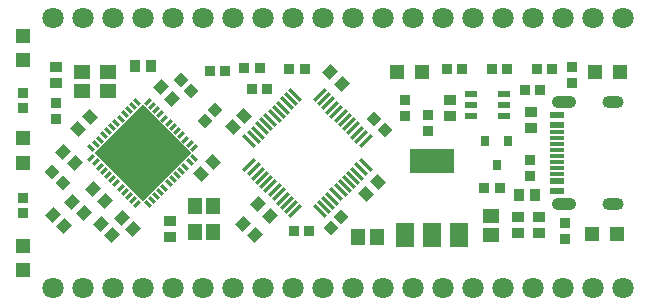
<source format=gbr>
%TF.GenerationSoftware,Altium Limited,Altium Designer,19.0.15 (446)*%
G04 Layer_Color=255*
%FSLAX45Y45*%
%MOMM*%
%TF.FileFunction,Pads,Top*%
%TF.Part,Single*%
G01*
G75*
%TA.AperFunction,SMDPad,CuDef*%
%ADD10R,1.00000X0.60000*%
%ADD11P,8.20244X4X360.0*%
G04:AMPARAMS|DCode=12|XSize=0.3mm|YSize=0.6mm|CornerRadius=0mm|HoleSize=0mm|Usage=FLASHONLY|Rotation=315.000|XOffset=0mm|YOffset=0mm|HoleType=Round|Shape=Rectangle|*
%AMROTATEDRECTD12*
4,1,4,-0.31820,-0.10607,0.10607,0.31820,0.31820,0.10607,-0.10607,-0.31820,-0.31820,-0.10607,0.0*
%
%ADD12ROTATEDRECTD12*%

G04:AMPARAMS|DCode=13|XSize=0.3mm|YSize=0.6mm|CornerRadius=0mm|HoleSize=0mm|Usage=FLASHONLY|Rotation=45.000|XOffset=0mm|YOffset=0mm|HoleType=Round|Shape=Rectangle|*
%AMROTATEDRECTD13*
4,1,4,0.10607,-0.31820,-0.31820,0.10607,-0.10607,0.31820,0.31820,-0.10607,0.10607,-0.31820,0.0*
%
%ADD13ROTATEDRECTD13*%

%ADD14R,1.20000X1.20000*%
%ADD15R,0.95000X0.85000*%
G04:AMPARAMS|DCode=16|XSize=0.3mm|YSize=1.4mm|CornerRadius=0mm|HoleSize=0mm|Usage=FLASHONLY|Rotation=135.000|XOffset=0mm|YOffset=0mm|HoleType=Round|Shape=Rectangle|*
%AMROTATEDRECTD16*
4,1,4,0.60104,0.38891,-0.38891,-0.60104,-0.60104,-0.38891,0.38891,0.60104,0.60104,0.38891,0.0*
%
%ADD16ROTATEDRECTD16*%

G04:AMPARAMS|DCode=17|XSize=0.3mm|YSize=1.4mm|CornerRadius=0mm|HoleSize=0mm|Usage=FLASHONLY|Rotation=45.000|XOffset=0mm|YOffset=0mm|HoleType=Round|Shape=Rectangle|*
%AMROTATEDRECTD17*
4,1,4,0.38891,-0.60104,-0.60104,0.38891,-0.38891,0.60104,0.60104,-0.38891,0.38891,-0.60104,0.0*
%
%ADD17ROTATEDRECTD17*%

%ADD18R,0.85000X0.95000*%
%ADD19R,1.00000X0.90000*%
%ADD20R,1.15000X1.40000*%
G04:AMPARAMS|DCode=21|XSize=0.95mm|YSize=0.85mm|CornerRadius=0mm|HoleSize=0mm|Usage=FLASHONLY|Rotation=135.000|XOffset=0mm|YOffset=0mm|HoleType=Round|Shape=Rectangle|*
%AMROTATEDRECTD21*
4,1,4,0.63640,-0.03535,0.03535,-0.63640,-0.63640,0.03535,-0.03535,0.63640,0.63640,-0.03535,0.0*
%
%ADD21ROTATEDRECTD21*%

G04:AMPARAMS|DCode=22|XSize=1mm|YSize=0.9mm|CornerRadius=0mm|HoleSize=0mm|Usage=FLASHONLY|Rotation=225.000|XOffset=0mm|YOffset=0mm|HoleType=Round|Shape=Rectangle|*
%AMROTATEDRECTD22*
4,1,4,0.03535,0.67175,0.67175,0.03535,-0.03535,-0.67175,-0.67175,-0.03535,0.03535,0.67175,0.0*
%
%ADD22ROTATEDRECTD22*%

G04:AMPARAMS|DCode=23|XSize=0.95mm|YSize=0.85mm|CornerRadius=0mm|HoleSize=0mm|Usage=FLASHONLY|Rotation=225.000|XOffset=0mm|YOffset=0mm|HoleType=Round|Shape=Rectangle|*
%AMROTATEDRECTD23*
4,1,4,0.03535,0.63640,0.63640,0.03535,-0.03535,-0.63640,-0.63640,-0.03535,0.03535,0.63640,0.0*
%
%ADD23ROTATEDRECTD23*%

%ADD24R,1.40000X1.15000*%
%ADD25R,0.90000X1.00000*%
%TA.AperFunction,ConnectorPad*%
%ADD26R,1.30000X0.60000*%
%ADD27R,1.30000X0.30000*%
%TA.AperFunction,SMDPad,CuDef*%
%ADD28R,0.80000X0.90000*%
%ADD29R,1.20000X1.20000*%
G04:AMPARAMS|DCode=30|XSize=1mm|YSize=0.9mm|CornerRadius=0mm|HoleSize=0mm|Usage=FLASHONLY|Rotation=135.000|XOffset=0mm|YOffset=0mm|HoleType=Round|Shape=Rectangle|*
%AMROTATEDRECTD30*
4,1,4,0.67175,-0.03535,0.03535,-0.67175,-0.67175,0.03535,-0.03535,0.67175,0.67175,-0.03535,0.0*
%
%ADD30ROTATEDRECTD30*%

%ADD31R,3.80000X2.00000*%
%ADD32R,1.50000X2.00000*%
%ADD33R,1.30000X1.40000*%
%ADD34R,1.40000X1.30000*%
%TA.AperFunction,ComponentPad*%
%ADD38C,1.80000*%
G04:AMPARAMS|DCode=39|XSize=1mm|YSize=1.8mm|CornerRadius=0.5mm|HoleSize=0mm|Usage=FLASHONLY|Rotation=90.000|XOffset=0mm|YOffset=0mm|HoleType=Round|Shape=RoundedRectangle|*
%AMROUNDEDRECTD39*
21,1,1.00000,0.80000,0,0,90.0*
21,1,0.00000,1.80000,0,0,90.0*
1,1,1.00000,0.40000,0.00000*
1,1,1.00000,0.40000,0.00000*
1,1,1.00000,-0.40000,0.00000*
1,1,1.00000,-0.40000,0.00000*
%
%ADD39ROUNDEDRECTD39*%
G04:AMPARAMS|DCode=40|XSize=1mm|YSize=2.1mm|CornerRadius=0.5mm|HoleSize=0mm|Usage=FLASHONLY|Rotation=90.000|XOffset=0mm|YOffset=0mm|HoleType=Round|Shape=RoundedRectangle|*
%AMROUNDEDRECTD40*
21,1,1.00000,1.10000,0,0,90.0*
21,1,0.00000,2.10000,0,0,90.0*
1,1,1.00000,0.55000,0.00000*
1,1,1.00000,0.55000,0.00000*
1,1,1.00000,-0.55000,0.00000*
1,1,1.00000,-0.55000,0.00000*
%
%ADD40ROUNDEDRECTD40*%
D10*
X14234500Y7740400D02*
D03*
X13959500Y7550400D02*
D03*
Y7740400D02*
D03*
X14234500Y7645400D02*
D03*
Y7550400D02*
D03*
X13959500Y7645400D02*
D03*
D11*
X11176000Y7239000D02*
D03*
D12*
X11220194Y7672103D02*
D03*
X11255549Y7636748D02*
D03*
X11290905Y7601392D02*
D03*
X11326260Y7566037D02*
D03*
X11361616Y7530681D02*
D03*
X11396971Y7495326D02*
D03*
X11432326Y7459971D02*
D03*
X11467682Y7424616D02*
D03*
X11503037Y7389260D02*
D03*
X11538392Y7353905D02*
D03*
X11573747Y7318549D02*
D03*
X11609103Y7283194D02*
D03*
X11131806Y6805897D02*
D03*
X11096451Y6841253D02*
D03*
X11061095Y6876608D02*
D03*
X11025740Y6911963D02*
D03*
X10990385Y6947319D02*
D03*
X10955029Y6982674D02*
D03*
X10919674Y7018029D02*
D03*
X10884319Y7053384D02*
D03*
X10848963Y7088740D02*
D03*
X10813608Y7124095D02*
D03*
X10778253Y7159451D02*
D03*
X10742897Y7194806D02*
D03*
D13*
X11609103D02*
D03*
X11573747Y7159451D02*
D03*
X11538392Y7124095D02*
D03*
X11503037Y7088740D02*
D03*
X11467681Y7053384D02*
D03*
X11432326Y7018029D02*
D03*
X11396971Y6982674D02*
D03*
X11361615Y6947319D02*
D03*
X11326260Y6911963D02*
D03*
X11290905Y6876608D02*
D03*
X11255549Y6841253D02*
D03*
X11220194Y6805897D02*
D03*
X10742897Y7283194D02*
D03*
X10778253Y7318549D02*
D03*
X10813608Y7353905D02*
D03*
X10848963Y7389260D02*
D03*
X10884318Y7424616D02*
D03*
X10919674Y7459971D02*
D03*
X10955029Y7495326D02*
D03*
X10990384Y7530681D02*
D03*
X11025740Y7566037D02*
D03*
X11061095Y7601392D02*
D03*
X11096451Y7636748D02*
D03*
X11131806Y7672103D02*
D03*
D14*
X10160000Y6455000D02*
D03*
Y6245000D02*
D03*
Y8233000D02*
D03*
Y8023000D02*
D03*
Y7156000D02*
D03*
Y7366000D02*
D03*
D15*
Y6729500D02*
D03*
Y6859500D02*
D03*
X13589000Y7428000D02*
D03*
Y7558000D02*
D03*
X13398500Y7555000D02*
D03*
Y7685000D02*
D03*
X10160000Y7748500D02*
D03*
Y7618500D02*
D03*
X10439400Y7659600D02*
D03*
Y7529600D02*
D03*
X14452600Y7177000D02*
D03*
Y7047000D02*
D03*
X14752863Y6513600D02*
D03*
Y6643600D02*
D03*
X14808200Y7834400D02*
D03*
Y7964400D02*
D03*
D16*
X12081561Y7136470D02*
D03*
X12116916Y7101114D02*
D03*
X12152272Y7065759D02*
D03*
X12187627Y7030404D02*
D03*
X12222982Y6995048D02*
D03*
X12258338Y6959693D02*
D03*
X12293693Y6924337D02*
D03*
X12329048Y6888982D02*
D03*
X12364404Y6853627D02*
D03*
X12399759Y6818271D02*
D03*
X12435114Y6782916D02*
D03*
X12470470Y6747561D02*
D03*
X13064439Y7341531D02*
D03*
X13029083Y7376886D02*
D03*
X12993729Y7412241D02*
D03*
X12958372Y7447597D02*
D03*
X12923018Y7482952D02*
D03*
X12887663Y7518307D02*
D03*
X12852307Y7553663D02*
D03*
X12816953Y7589018D02*
D03*
X12781597Y7624373D02*
D03*
X12746241Y7659729D02*
D03*
X12710886Y7695084D02*
D03*
X12675531Y7730439D02*
D03*
D17*
Y6747561D02*
D03*
X12710886Y6782916D02*
D03*
X12746241Y6818271D02*
D03*
X12781597Y6853627D02*
D03*
X12816953Y6888982D02*
D03*
X12852307Y6924337D02*
D03*
X12887663Y6959693D02*
D03*
X12923018Y6995048D02*
D03*
X12958372Y7030403D02*
D03*
X12993729Y7065759D02*
D03*
X13029083Y7101114D02*
D03*
X13064439Y7136469D02*
D03*
X12470470Y7730439D02*
D03*
X12435114Y7695084D02*
D03*
X12399759Y7659729D02*
D03*
X12364404Y7624373D02*
D03*
X12329048Y7589018D02*
D03*
X12293693Y7553663D02*
D03*
X12258338Y7518307D02*
D03*
X12222982Y7482952D02*
D03*
X12187627Y7447596D02*
D03*
X12152272Y7412241D02*
D03*
X12116916Y7376886D02*
D03*
X12081561Y7341530D02*
D03*
D18*
X11876000Y7937500D02*
D03*
X11746000D02*
D03*
X12101600Y7785100D02*
D03*
X12231600D02*
D03*
X12457200Y6578600D02*
D03*
X12587200D02*
D03*
X12038100Y7962900D02*
D03*
X12168100D02*
D03*
X14413000Y7772400D02*
D03*
X14542999D02*
D03*
X14644600Y7950200D02*
D03*
X14514600D02*
D03*
X12549100D02*
D03*
X12419100D02*
D03*
X14070100Y6946900D02*
D03*
X14200101D02*
D03*
X14133600Y7950200D02*
D03*
X14263600D02*
D03*
X13752600D02*
D03*
X13882600D02*
D03*
D19*
X13779500Y7552500D02*
D03*
Y7687500D02*
D03*
X11404600Y6527800D02*
D03*
Y6662800D02*
D03*
X14465900Y7585900D02*
D03*
Y7450900D02*
D03*
X10439400Y7966900D02*
D03*
Y7831900D02*
D03*
X14350999Y6696900D02*
D03*
Y6561900D02*
D03*
X14528799Y6696900D02*
D03*
Y6561900D02*
D03*
D20*
X11776700Y6574200D02*
D03*
X11616700D02*
D03*
X11776700Y6794200D02*
D03*
X11616700D02*
D03*
D21*
X12768338Y6608838D02*
D03*
X12860262Y6700762D02*
D03*
X11701538Y7510538D02*
D03*
X11793462Y7602462D02*
D03*
D22*
X12125430Y6546641D02*
D03*
X12029970Y6642100D02*
D03*
X10512530Y6619770D02*
D03*
X10417070Y6715230D02*
D03*
X10823470Y6639030D02*
D03*
X10918930Y6543570D02*
D03*
X11426930Y7699270D02*
D03*
X11331470Y7794730D02*
D03*
X11001270Y6689830D02*
D03*
X11096730Y6594370D02*
D03*
X10677630Y6730116D02*
D03*
X10582170Y6825575D02*
D03*
X10759970Y6931130D02*
D03*
X10855430Y6835670D02*
D03*
X10601430Y7153170D02*
D03*
X10505970Y7248630D02*
D03*
X12156970Y6804130D02*
D03*
X12252430Y6708670D02*
D03*
X12862030Y7826270D02*
D03*
X12766570Y7921730D02*
D03*
D23*
X10502062Y6989838D02*
D03*
X10410138Y7081762D02*
D03*
X13228561Y7434338D02*
D03*
X13136638Y7526262D02*
D03*
X11498338Y7856462D02*
D03*
X11590262Y7764538D02*
D03*
D24*
X10659600Y7768600D02*
D03*
Y7928600D02*
D03*
X10879600Y7768600D02*
D03*
Y7928600D02*
D03*
D25*
X11243500Y7975600D02*
D03*
X11108500D02*
D03*
X14359700Y6883400D02*
D03*
X14494701D02*
D03*
D26*
X14684750Y7559000D02*
D03*
Y7479000D02*
D03*
Y6919000D02*
D03*
Y6999000D02*
D03*
D27*
Y7414000D02*
D03*
Y7364000D02*
D03*
Y7314000D02*
D03*
Y7264000D02*
D03*
Y7214000D02*
D03*
Y7164000D02*
D03*
Y7114000D02*
D03*
Y7064000D02*
D03*
D28*
X14268201Y7339000D02*
D03*
X14078200D02*
D03*
X14173199Y7139000D02*
D03*
D29*
X15192599Y6553200D02*
D03*
X14982600D02*
D03*
X15008000Y7924800D02*
D03*
X15217999D02*
D03*
X13331599D02*
D03*
X13541600D02*
D03*
D30*
X11674370Y7064270D02*
D03*
X11769830Y7159730D02*
D03*
X10728430Y7540730D02*
D03*
X10632970Y7445270D02*
D03*
X12036530Y7553430D02*
D03*
X11941070Y7457970D02*
D03*
X13071370Y6895920D02*
D03*
X13166830Y6991379D02*
D03*
D31*
X13627100Y7173000D02*
D03*
D32*
X13857100Y6543000D02*
D03*
X13627100D02*
D03*
X13397099D02*
D03*
D33*
X13161000Y6527800D02*
D03*
X13000999D02*
D03*
D34*
X14122400Y6549400D02*
D03*
Y6709400D02*
D03*
D38*
X14732001Y6096000D02*
D03*
X14478000D02*
D03*
X14986000D02*
D03*
X15239999D02*
D03*
X14224001D02*
D03*
X13970000D02*
D03*
X13462000D02*
D03*
X13716000D02*
D03*
X13208000D02*
D03*
X10922000D02*
D03*
X11430000D02*
D03*
X11176000D02*
D03*
X11684000D02*
D03*
X11938000D02*
D03*
X12953999D02*
D03*
X12700000D02*
D03*
X12192000D02*
D03*
X12446000D02*
D03*
X10414000D02*
D03*
X10668000D02*
D03*
X14732001Y8382000D02*
D03*
X14478000D02*
D03*
X14986000D02*
D03*
X15239999D02*
D03*
X14224001D02*
D03*
X13970000D02*
D03*
X13462000D02*
D03*
X13716000D02*
D03*
X13208000D02*
D03*
X10922000D02*
D03*
X11430000D02*
D03*
X11176000D02*
D03*
X11684000D02*
D03*
X11938000D02*
D03*
X12953999D02*
D03*
X12700000D02*
D03*
X12192000D02*
D03*
X12446000D02*
D03*
X10414000D02*
D03*
X10668000D02*
D03*
D39*
X15160249Y7671000D02*
D03*
Y6807000D02*
D03*
D40*
X14742250Y7671000D02*
D03*
Y6807000D02*
D03*
%TF.MD5,648ea82f9377dd2ada6541ace6c3effb*%
M02*

</source>
